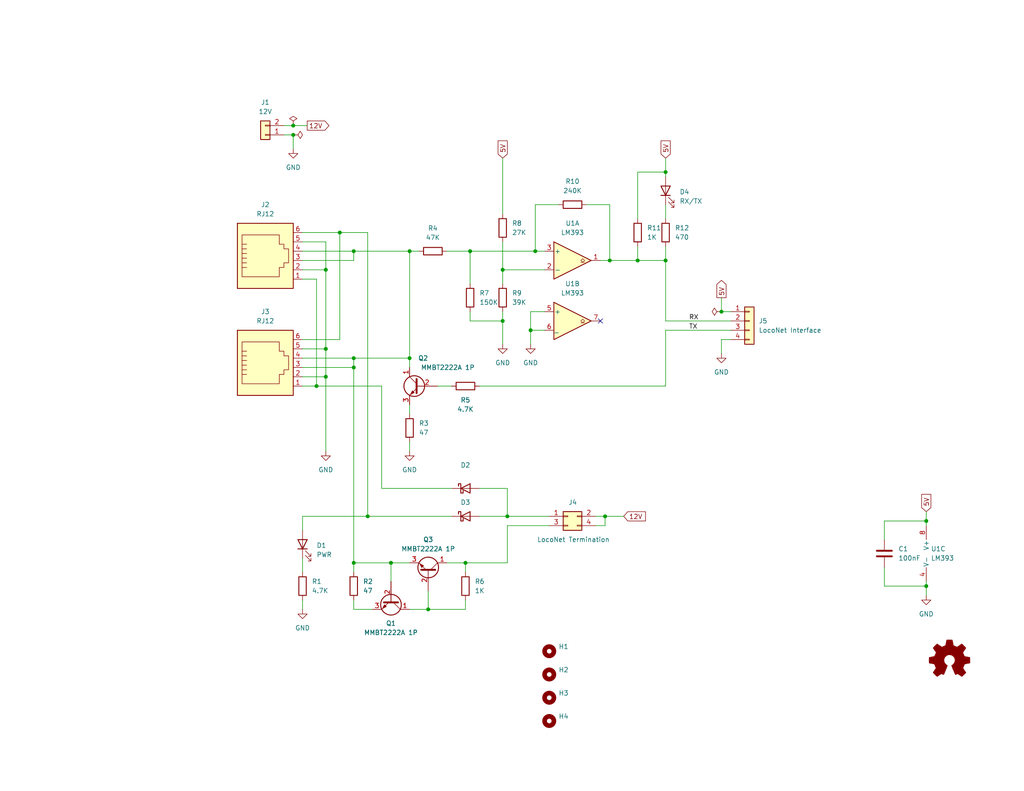
<source format=kicad_sch>
(kicad_sch (version 20211123) (generator eeschema)
  (paper "USLetter")
  (title_block (title "LocoNet Interface") (date "2022-02-14") (rev "A") (company "Wright Train Works"))
  (lib_symbols
    (symbol "Comparator:LM393" (pin_names (offset 0.127))
      (property "Reference" "U" (at 3.81 3.81 0))
      (property "Value" "LM393" (at 6.35 -3.81 0))
      (symbol "LM393_1_1"
        (polyline (pts (xy -5.08 5.08) (xy 5.08 0) (xy -5.08 -5.08) (xy -5.08 5.08)) (stroke (width 0.254)) (fill (type background)))
        (polyline (pts (xy 3.302 -0.508) (xy 2.794 -0.508) (xy 3.302 0) (xy 2.794 0.508) (xy 2.286 0) (xy 2.794 -0.508) (xy 2.286 -0.508)) (stroke (width 0.127)))
        (pin open_collector line (at 7.62 0 180) (length 2.54) (name "~") (number "1"))
        (pin input line (at -7.62 -2.54 0) (length 2.54) (name "-") (number "2"))
        (pin input line (at -7.62 2.54 0) (length 2.54) (name "+") (number "3"))
      )
      (symbol "LM393_2_1"
        (polyline (pts (xy -5.08 5.08) (xy 5.08 0) (xy -5.08 -5.08) (xy -5.08 5.08)) (stroke (width 0.254)) (fill (type background)))
        (polyline (pts (xy 3.302 -0.508) (xy 2.794 -0.508) (xy 3.302 0) (xy 2.794 0.508) (xy 2.286 0) (xy 2.794 -0.508) (xy 2.286 -0.508)) (stroke (width 0.127)))
        (pin input line (at -7.62 2.54 0) (length 2.54) (name "+") (number "5"))
        (pin input line (at -7.62 -2.54 0) (length 2.54) (name "_") (number "6"))
        (pin open_collector line (at 7.62 0 180) (length 2.54) (name "~") (number "7"))
      )
      (symbol "LM393_3_1"
        (pin power_in line (at -2.54 -7.62 90) (length 3.81) (name "V-") (number "4"))
        (pin power_in line (at -2.54 7.62 270) (length 3.81) (name "V+") (number "8"))
      )
    )
    (symbol "Connector:RJ12" (pin_names (offset 1.016))
      (property "Reference" "J" (at -5.08 11.43 0))
      (property "Value" "RJ12" (at 2.54 11.43 0))
      (symbol "RJ12_0_1"
        (polyline (pts (xy -6.35 -1.905) (xy -5.08 -1.905) (xy -5.08 -1.905)))
        (polyline (pts (xy -6.35 -0.635) (xy -5.08 -0.635) (xy -5.08 -0.635)))
        (polyline (pts (xy -6.35 0.635) (xy -5.08 0.635) (xy -5.08 0.635)))
        (polyline (pts (xy -6.35 1.905) (xy -5.08 1.905) (xy -5.08 1.905)))
        (polyline (pts (xy -6.35 3.175) (xy -5.08 3.175) (xy -5.08 3.175)))
        (polyline (pts (xy -5.08 4.445) (xy -6.35 4.445) (xy -6.35 4.445)))
        (polyline (pts (xy -6.35 -4.445) (xy -6.35 6.985) (xy 3.81 6.985) (xy 3.81 4.445) (xy 5.08 4.445) (xy 5.08 3.175) (xy 6.35 3.175) (xy 6.35 -0.635) (xy 5.08 -0.635) (xy 5.08 -1.905) (xy 3.81 -1.905) (xy 3.81 -4.445) (xy -6.35 -4.445) (xy -6.35 -4.445)))
        (rectangle (start 7.62 10.16) (end -7.62 -7.62) (stroke (width 0.254)) (fill (type background)))
      )
      (symbol "RJ12_1_1"
        (pin passive line (at 10.16 -5.08 180) (length 2.54) (name "~") (number "1"))
        (pin passive line (at 10.16 -2.54 180) (length 2.54) (name "~") (number "2"))
        (pin passive line (at 10.16 0 180) (length 2.54) (name "~") (number "3"))
        (pin passive line (at 10.16 2.54 180) (length 2.54) (name "~") (number "4"))
        (pin passive line (at 10.16 5.08 180) (length 2.54) (name "~") (number "5"))
        (pin passive line (at 10.16 7.62 180) (length 2.54) (name "~") (number "6"))
      )
    )
    (symbol "Connector_Generic:Conn_01x02" (pin_names (offset 1.016) hide)
      (property "Reference" "J" (at 0 2.54 0))
      (property "Value" "Conn_01x02" (at 0 -5.08 0))
      (symbol "Conn_01x02_1_1"
        (rectangle (start -1.27 -2.413) (end 0 -2.667) (stroke (width 0.1524)))
        (rectangle (start -1.27 0.127) (end 0 -0.127) (stroke (width 0.1524)))
        (rectangle (start -1.27 1.27) (end 1.27 -3.81) (stroke (width 0.254)) (fill (type background)))
        (pin passive line (at -5.08 0 0) (length 3.81) (name "Pin_1") (number "1"))
        (pin passive line (at -5.08 -2.54 0) (length 3.81) (name "Pin_2") (number "2"))
      )
    )
    (symbol "Connector_Generic:Conn_01x04" (pin_names (offset 1.016) hide)
      (property "Reference" "J" (at 0 5.08 0))
      (property "Value" "Conn_01x04" (at 0 -7.62 0))
      (symbol "Conn_01x04_1_1"
        (rectangle (start -1.27 -4.953) (end 0 -5.207) (stroke (width 0.1524)))
        (rectangle (start -1.27 -2.413) (end 0 -2.667) (stroke (width 0.1524)))
        (rectangle (start -1.27 0.127) (end 0 -0.127) (stroke (width 0.1524)))
        (rectangle (start -1.27 2.667) (end 0 2.413) (stroke (width 0.1524)))
        (rectangle (start -1.27 3.81) (end 1.27 -6.35) (stroke (width 0.254)) (fill (type background)))
        (pin passive line (at -5.08 2.54 0) (length 3.81) (name "Pin_1") (number "1"))
        (pin passive line (at -5.08 0 0) (length 3.81) (name "Pin_2") (number "2"))
        (pin passive line (at -5.08 -2.54 0) (length 3.81) (name "Pin_3") (number "3"))
        (pin passive line (at -5.08 -5.08 0) (length 3.81) (name "Pin_4") (number "4"))
      )
    )
    (symbol "Connector_Generic:Conn_02x02_Odd_Even" (pin_names (offset 1.016) hide)
      (property "Reference" "J" (at 1.27 2.54 0))
      (property "Value" "Conn_02x02_Odd_Even" (at 1.27 -5.08 0))
      (symbol "Conn_02x02_Odd_Even_1_1"
        (rectangle (start -1.27 -2.413) (end 0 -2.667) (stroke (width 0.1524)))
        (rectangle (start -1.27 0.127) (end 0 -0.127) (stroke (width 0.1524)))
        (rectangle (start -1.27 1.27) (end 3.81 -3.81) (stroke (width 0.254)) (fill (type background)))
        (rectangle (start 3.81 -2.413) (end 2.54 -2.667) (stroke (width 0.1524)))
        (rectangle (start 3.81 0.127) (end 2.54 -0.127) (stroke (width 0.1524)))
        (pin passive line (at -5.08 0 0) (length 3.81) (name "Pin_1") (number "1"))
        (pin passive line (at 7.62 0 180) (length 3.81) (name "Pin_2") (number "2"))
        (pin passive line (at -5.08 -2.54 0) (length 3.81) (name "Pin_3") (number "3"))
        (pin passive line (at 7.62 -2.54 180) (length 3.81) (name "Pin_4") (number "4"))
      )
    )
    (symbol "Device:C" (pin_numbers hide) (pin_names (offset 0.254))
      (property "Reference" "C" (at 0.635 2.54 0))
      (property "Value" "C" (at 0.635 -2.54 0))
      (symbol "C_0_1"
        (polyline (pts (xy -2.032 -0.762) (xy 2.032 -0.762)) (stroke (width 0.508)))
        (polyline (pts (xy -2.032 0.762) (xy 2.032 0.762)) (stroke (width 0.508)))
      )
      (symbol "C_1_1"
        (pin passive line (at 0 3.81 270) (length 2.794) (name "~") (number "1"))
        (pin passive line (at 0 -3.81 90) (length 2.794) (name "~") (number "2"))
      )
    )
    (symbol "Device:D_Schottky" (pin_numbers hide) (pin_names (offset 1.016) hide)
      (property "Reference" "D" (at 0 2.54 0))
      (property "Value" "D_Schottky" (at 0 -2.54 0))
      (symbol "D_Schottky_0_1"
        (polyline (pts (xy 1.27 0) (xy -1.27 0)))
        (polyline (pts (xy 1.27 1.27) (xy 1.27 -1.27) (xy -1.27 0) (xy 1.27 1.27)) (stroke (width 0.254)))
        (polyline (pts (xy -1.905 0.635) (xy -1.905 1.27) (xy -1.27 1.27) (xy -1.27 -1.27) (xy -0.635 -1.27) (xy -0.635 -0.635)) (stroke (width 0.254)))
      )
      (symbol "D_Schottky_1_1"
        (pin passive line (at -3.81 0 0) (length 2.54) (name "K") (number "1"))
        (pin passive line (at 3.81 0 180) (length 2.54) (name "A") (number "2"))
      )
    )
    (symbol "Device:LED" (pin_numbers hide) (pin_names (offset 1.016) hide)
      (property "Reference" "D" (at 0 2.54 0))
      (property "Value" "LED" (at 0 -2.54 0))
      (symbol "LED_0_1"
        (polyline (pts (xy -1.27 -1.27) (xy -1.27 1.27)) (stroke (width 0.254)))
        (polyline (pts (xy -1.27 0) (xy 1.27 0)))
        (polyline (pts (xy 1.27 -1.27) (xy 1.27 1.27) (xy -1.27 0) (xy 1.27 -1.27)) (stroke (width 0.254)))
        (polyline (pts (xy -3.048 -0.762) (xy -4.572 -2.286) (xy -3.81 -2.286) (xy -4.572 -2.286) (xy -4.572 -1.524)))
        (polyline (pts (xy -1.778 -0.762) (xy -3.302 -2.286) (xy -2.54 -2.286) (xy -3.302 -2.286) (xy -3.302 -1.524)))
      )
      (symbol "LED_1_1"
        (pin passive line (at -3.81 0 0) (length 2.54) (name "K") (number "1"))
        (pin passive line (at 3.81 0 180) (length 2.54) (name "A") (number "2"))
      )
    )
    (symbol "Device:Q_NPN_CBE" (pin_names (offset 0) hide)
      (property "Reference" "Q" (at 5.08 1.27 0))
      (property "Value" "Q_NPN_CBE" (at 5.08 -1.27 0))
      (symbol "Q_NPN_CBE_0_1"
        (polyline (pts (xy 0.635 0.635) (xy 2.54 2.54)))
        (polyline (pts (xy 0.635 -0.635) (xy 2.54 -2.54) (xy 2.54 -2.54)))
        (polyline (pts (xy 0.635 1.905) (xy 0.635 -1.905) (xy 0.635 -1.905)) (stroke (width 0.508)))
        (polyline (pts (xy 1.27 -1.778) (xy 1.778 -1.27) (xy 2.286 -2.286) (xy 1.27 -1.778) (xy 1.27 -1.778)) (fill (type outline)))
        (circle (center 1.27 0) (radius 2.8194) (stroke (width 0.254)))
      )
      (symbol "Q_NPN_CBE_1_1"
        (pin passive line (at 2.54 5.08 270) (length 2.54) (name "C") (number "1"))
        (pin input line (at -5.08 0 0) (length 5.715) (name "B") (number "2"))
        (pin passive line (at 2.54 -5.08 90) (length 2.54) (name "E") (number "3"))
      )
    )
    (symbol "Device:R" (pin_numbers hide) (pin_names (offset 0))
      (property "Reference" "R" (at 2.032 0 90))
      (property "Value" "R" (at 0 0 90))
      (symbol "R_0_1"
        (rectangle (start -1.016 -2.54) (end 1.016 2.54) (stroke (width 0.254)))
      )
      (symbol "R_1_1"
        (pin passive line (at 0 3.81 270) (length 1.27) (name "~") (number "1"))
        (pin passive line (at 0 -3.81 90) (length 1.27) (name "~") (number "2"))
      )
    )
    (symbol "Graphic:Logo_Open_Hardware_Small" (pin_names (offset 1.016))
      (symbol "Logo_Open_Hardware_Small_0_1"
        (polyline (pts (xy 3.3528 -4.3434) (xy 3.302 -4.318) (xy 3.175 -4.2418) (xy 2.9972 -4.1148) (xy 2.7686 -3.9624) (xy 2.54 -3.81) (xy 2.3622 -3.7084) (xy 2.2352 -3.6068) (xy 2.1844 -3.5814) (xy 2.159 -3.6068) (xy 2.0574 -3.6576) (xy 1.905 -3.7338) (xy 1.8034 -3.7846) (xy 1.6764 -3.8354) (xy 1.6002 -3.8354) (xy 1.6002 -3.8354) (xy 1.5494 -3.7338) (xy 1.4732 -3.5306) (xy 1.3462 -3.302) (xy 1.2446 -3.0226) (xy 1.1176 -2.7178) (xy 0.9652 -2.413) (xy 0.8636 -2.1082) (xy 0.7366 -1.8288) (xy 0.6604 -1.6256) (xy 0.6096 -1.4732) (xy 0.5842 -1.397) (xy 0.5842 -1.397) (xy 0.6604 -1.3208) (xy 0.7874 -1.2446) (xy 1.0414 -1.016) (xy 1.2954 -0.6858) (xy 1.4478 -0.3302) (xy 1.524 0.0762) (xy 1.4732 0.4572) (xy 1.3208 0.8128) (xy 1.0668 1.143) (xy 0.762 1.3716) (xy 0.4064 1.524) (xy 0 1.5748) (xy -0.381 1.5494) (xy -0.7366 1.397) (xy -1.0668 1.143) (xy -1.2192 0.9906) (xy -1.397 0.6604) (xy -1.524 0.3048) (xy -1.524 0.2286) (xy -1.4986 -0.1778) (xy -1.397 -0.5334) (xy -1.1938 -0.8636) (xy -0.9144 -1.143) (xy -0.8636 -1.1684) (xy -0.7366 -1.27) (xy -0.635 -1.3462) (xy -0.5842 -1.397) (xy -1.0668 -2.5908) (xy -1.143 -2.794) (xy -1.2954 -3.1242) (xy -1.397 -3.4036) (xy -1.4986 -3.6322) (xy -1.5748 -3.7846) (xy -1.6002 -3.8354) (xy -1.6002 -3.8354) (xy -1.651 -3.8354) (xy -1.7272 -3.81) (xy -1.905 -3.7338) (xy -2.0066 -3.683) (xy -2.1336 -3.6068) (xy -2.2098 -3.5814) (xy -2.2606 -3.6068) (xy -2.3622 -3.683) (xy -2.54 -3.81) (xy -2.7686 -3.9624) (xy -2.9718 -4.0894) (xy -3.1496 -4.2164) (xy -3.302 -4.318) (xy -3.3528 -4.3434) (xy -3.3782 -4.3434) (xy -3.429 -4.318) (xy -3.5306 -4.2164) (xy -3.7084 -4.064) (xy -3.937 -3.8354) (xy -3.9624 -3.81) (xy -4.1656 -3.6068) (xy -4.318 -3.4544) (xy -4.4196 -3.3274) (xy -4.445 -3.2766) (xy -4.445 -3.2766) (xy -4.4196 -3.2258) (xy -4.318 -3.0734) (xy -4.2164 -2.8956) (xy -4.064 -2.667) (xy -3.6576 -2.0828) (xy -3.8862 -1.5494) (xy -3.937 -1.3716) (xy -4.0386 -1.1684) (xy -4.0894 -1.0414) (xy -4.1148 -0.9652) (xy -4.191 -0.9398) (xy -4.318 -0.9144) (xy -4.5466 -0.8636) (xy -4.8006 -0.8128) (xy -5.0546 -0.7874) (xy -5.2578 -0.7366) (xy -5.4356 -0.7112) (xy -5.5118 -0.6858) (xy -5.5118 -0.6858) (xy -5.5372 -0.635) (xy -5.5372 -0.5588) (xy -5.5372 -0.4318) (xy -5.5626 -0.2286) (xy -5.5626 0.0762) (xy -5.5626 0.127) (xy -5.5372 0.4064) (xy -5.5372 0.635) (xy -5.5372 0.762) (xy -5.5372 0.8382) (xy -5.5372 0.8382) (xy -5.461 0.8382) (xy -5.3086 0.889) (xy -5.08 0.9144) (xy -4.826 0.9652) (xy -4.8006 0.9906) (xy -4.5466 1.0414) (xy -4.318 1.0668) (xy -4.1656 1.1176) (xy -4.0894 1.143) (xy -4.0894 1.143) (xy -4.0386 1.2446) (xy -3.9624 1.4224) (xy -3.8608 1.6256) (xy -3.7846 1.8288) (xy -3.7084 2.0066) (xy -3.6576 2.159) (xy -3.6322 2.2098) (xy -3.6322 2.2098) (xy -3.683 2.286) (xy -3.7592 2.413) (xy -3.8862 2.5908) (xy -4.064 2.8194) (xy -4.064 2.8448) (xy -4.2164 3.0734) (xy -4.3434 3.2512) (xy -4.4196 3.3782) (xy -4.445 3.4544) (xy -4.445 3.4544) (xy -4.3942 3.5052) (xy -4.2926 3.6322) (xy -4.1148 3.81) (xy -3.937 4.0132) (xy -3.8608 4.064) (xy -3.6576 4.2926) (xy -3.5052 4.4196) (xy -3.4036 4.4958) (xy -3.3528 4.5212) (xy -3.3528 4.5212) (xy -3.302 4.4704) (xy -3.1496 4.3688) (xy -2.9718 4.2418) (xy -2.7432 4.0894) (xy -2.7178 4.0894) (xy -2.4892 3.937) (xy -2.3114 3.81) (xy -2.1844 3.7084) (xy -2.1336 3.683) (xy -2.1082 3.683) (xy -2.032 3.7084) (xy -1.8542 3.7592) (xy -1.6764 3.8354) (xy -1.4732 3.937) (xy -1.27 4.0132) (xy -1.143 4.064) (xy -1.0668 4.1148) (xy -1.0668 4.1148) (xy -1.0414 4.191) (xy -1.016 4.3434) (xy -0.9652 4.572) (xy -0.9144 4.8514) (xy -0.889 4.9022) (xy -0.8382 5.1562) (xy -0.8128 5.3848) (xy -0.7874 5.5372) (xy -0.762 5.588) (xy -0.7112 5.6134) (xy -0.5842 5.6134) (xy -0.4064 5.6134) (xy -0.1524 5.6134) (xy 0.0762 5.6134) (xy 0.3302 5.6134) (xy 0.5334 5.6134) (xy 0.6858 5.588) (xy 0.7366 5.588) (xy 0.7366 5.588) (xy 0.762 5.5118) (xy 0.8128 5.334) (xy 0.8382 5.1054) (xy 0.9144 4.826) (xy 0.9144 4.7752) (xy 0.9652 4.5212) (xy 1.016 4.2926) (xy 1.0414 4.1402) (xy 1.0668 4.0894) (xy 1.0668 4.0894) (xy 1.1938 4.0386) (xy 1.3716 3.9624) (xy 1.5748 3.8608) (xy 2.0828 3.6576) (xy 2.7178 4.0894) (xy 2.7686 4.1402) (xy 2.9972 4.2926) (xy 3.175 4.4196) (xy 3.302 4.4958) (xy 3.3782 4.5212) (xy 3.3782 4.5212) (xy 3.429 4.4704) (xy 3.556 4.3434) (xy 3.7338 4.191) (xy 3.9116 3.9878) (xy 4.064 3.8354) (xy 4.2418 3.6576) (xy 4.3434 3.556) (xy 4.4196 3.4798) (xy 4.4196 3.429) (xy 4.4196 3.4036) (xy 4.3942 3.3274) (xy 4.2926 3.2004) (xy 4.1656 2.9972) (xy 4.0132 2.794) (xy 3.8862 2.5908) (xy 3.7592 2.3876) (xy 3.6576 2.2352) (xy 3.6322 2.159) (xy 3.6322 2.1336) (xy 3.683 2.0066) (xy 3.7592 1.8288) (xy 3.8608 1.6002) (xy 4.064 1.1176) (xy 4.3942 1.0414) (xy 4.5974 1.016) (xy 4.8768 0.9652) (xy 5.1308 0.9144) (xy 5.5372 0.8382) (xy 5.5626 -0.6604) (xy 5.4864 -0.6858) (xy 5.4356 -0.6858) (xy 5.2832 -0.7366) (xy 5.0546 -0.762) (xy 4.8006 -0.8128) (xy 4.5974 -0.8636) (xy 4.3688 -0.9144) (xy 4.2164 -0.9398) (xy 4.1402 -0.9398) (xy 4.1148 -0.9652) (xy 4.064 -1.0668) (xy 3.9878 -1.2446) (xy 3.9116 -1.4478) (xy 3.81 -1.651) (xy 3.7338 -1.8542) (xy 3.683 -2.0066) (xy 3.6576 -2.0828) (xy 3.683 -2.1336) (xy 3.7846 -2.2606) (xy 3.8862 -2.4638) (xy 4.0386 -2.667) (xy 4.191 -2.8956) (xy 4.318 -3.0734) (xy 4.3942 -3.2004) (xy 4.445 -3.2766) (xy 4.4196 -3.3274) (xy 4.3434 -3.429) (xy 4.1656 -3.5814) (xy 3.937 -3.8354) (xy 3.8862 -3.8608) (xy 3.683 -4.064) (xy 3.5306 -4.2164) (xy 3.4036 -4.318) (xy 3.3528 -4.3434)) (fill (type outline)))
      )
    )
    (symbol "Mechanical:MountingHole" (pin_names (offset 1.016))
      (property "Reference" "H" (at 0 5.08 0))
      (property "Value" "MountingHole" (at 0 3.175 0))
      (symbol "MountingHole_0_1"
        (circle (center 0 0) (radius 1.27) (stroke (width 1.27)))
      )
    )
    (symbol "power:GND" (power) (pin_names (offset 0))
      (property "Value" "GND" (at 0 -3.81 0))
      (symbol "GND_0_1"
        (polyline (pts (xy 0 0) (xy 0 -1.27) (xy 1.27 -1.27) (xy 0 -2.54) (xy -1.27 -1.27) (xy 0 -1.27)))
      )
      (symbol "GND_1_1"
        (pin power_in line (at 0 0 270) (length 0) hide (name "GND") (number "1"))
      )
    )
    (symbol "power:PWR_FLAG" (power) (pin_numbers hide) (pin_names (offset 0) hide)
      (property "Value" "PWR_FLAG" (at 0 3.81 0))
      (symbol "PWR_FLAG_0_0"
        (pin power_out line (at 0 0 90) (length 0) (name "pwr") (number "1"))
      )
      (symbol "PWR_FLAG_0_1"
        (polyline (pts (xy 0 0) (xy 0 1.27) (xy -1.016 1.905) (xy 0 2.54) (xy 1.016 1.905) (xy 0 1.27)))
      )
    )
  )
  (junction (at 196.85 85.09))
  (junction (at 252.73 142.24))
  (junction (at 86.36 105.41))
  (junction (at 96.52 68.58))
  (junction (at 96.52 153.67))
  (junction (at 88.9 95.25))
  (junction (at 100.33 140.97))
  (junction (at 111.76 97.79))
  (junction (at 116.84 166.37))
  (junction (at 252.73 160.02))
  (junction (at 96.52 100.33))
  (junction (at 137.16 73.66))
  (junction (at 88.9 73.66))
  (junction (at 181.61 71.12))
  (junction (at 173.99 71.12))
  (junction (at 146.05 68.58))
  (junction (at 88.9 102.87))
  (junction (at 128.27 68.58))
  (junction (at 137.16 87.63))
  (junction (at 80.01 36.83))
  (junction (at 106.68 153.67))
  (junction (at 166.37 71.12))
  (junction (at 165.1 140.97))
  (junction (at 111.76 68.58))
  (junction (at 181.61 46.99))
  (junction (at 138.43 140.97))
  (junction (at 80.01 34.29))
  (junction (at 96.52 97.79))
  (junction (at 92.71 63.5))
  (junction (at 144.78 90.17))
  (junction (at 127 153.67))
  (no_connect (at 163.83 87.63))
  (wire (pts (xy 241.3 142.24) (xy 252.73 142.24)))
  (wire (pts (xy 82.55 140.97) (xy 100.33 140.97)))
  (wire (pts (xy 130.81 105.41) (xy 181.61 105.41)))
  (wire (pts (xy 130.81 140.97) (xy 138.43 140.97)))
  (wire (pts (xy 82.55 73.66) (xy 88.9 73.66)))
  (wire (pts (xy 166.37 71.12) (xy 173.99 71.12)))
  (wire (pts (xy 146.05 55.88) (xy 146.05 68.58)))
  (wire (pts (xy 86.36 105.41) (xy 86.36 76.2)))
  (wire (pts (xy 181.61 46.99) (xy 181.61 48.26)))
  (wire (pts (xy 181.61 55.88) (xy 181.61 59.69)))
  (wire (pts (xy 111.76 120.65) (xy 111.76 123.19)))
  (wire (pts (xy 96.52 71.12) (xy 96.52 68.58)))
  (wire (pts (xy 181.61 67.31) (xy 181.61 71.12)))
  (wire (pts (xy 144.78 85.09) (xy 144.78 90.17)))
  (wire (pts (xy 137.16 87.63) (xy 137.16 85.09)))
  (wire (pts (xy 101.6 166.37) (xy 96.52 166.37)))
  (wire (pts (xy 252.73 158.75) (xy 252.73 160.02)))
  (wire (pts (xy 82.55 66.04) (xy 88.9 66.04)))
  (wire (pts (xy 196.85 92.71) (xy 196.85 96.52)))
  (wire (pts (xy 82.55 163.83) (xy 82.55 166.37)))
  (wire (pts (xy 100.33 63.5) (xy 92.71 63.5)))
  (wire (pts (xy 100.33 140.97) (xy 123.19 140.97)))
  (wire (pts (xy 77.47 36.83) (xy 80.01 36.83)))
  (wire (pts (xy 86.36 76.2) (xy 82.55 76.2)))
  (wire (pts (xy 96.52 100.33) (xy 96.52 97.79)))
  (wire (pts (xy 165.1 143.51) (xy 165.1 140.97)))
  (wire (pts (xy 100.33 63.5) (xy 100.33 140.97)))
  (wire (pts (xy 144.78 90.17) (xy 148.59 90.17)))
  (wire (pts (xy 111.76 68.58) (xy 111.76 97.79)))
  (wire (pts (xy 82.55 144.78) (xy 82.55 140.97)))
  (wire (pts (xy 252.73 142.24) (xy 252.73 143.51)))
  (wire (pts (xy 137.16 66.04) (xy 137.16 73.66)))
  (wire (pts (xy 138.43 133.35) (xy 138.43 140.97)))
  (wire (pts (xy 181.61 90.17) (xy 199.39 90.17)))
  (wire (pts (xy 127 163.83) (xy 127 166.37)))
  (wire (pts (xy 163.83 71.12) (xy 166.37 71.12)))
  (wire (pts (xy 162.56 143.51) (xy 165.1 143.51)))
  (wire (pts (xy 137.16 73.66) (xy 148.59 73.66)))
  (wire (pts (xy 173.99 67.31) (xy 173.99 71.12)))
  (wire (pts (xy 166.37 55.88) (xy 166.37 71.12)))
  (wire (pts (xy 82.55 100.33) (xy 96.52 100.33)))
  (wire (pts (xy 128.27 85.09) (xy 128.27 87.63)))
  (wire (pts (xy 80.01 34.29) (xy 83.82 34.29)))
  (wire (pts (xy 137.16 73.66) (xy 137.16 77.47)))
  (wire (pts (xy 173.99 46.99) (xy 181.61 46.99)))
  (wire (pts (xy 88.9 102.87) (xy 88.9 123.19)))
  (wire (pts (xy 173.99 71.12) (xy 181.61 71.12)))
  (wire (pts (xy 137.16 87.63) (xy 137.16 93.98)))
  (wire (pts (xy 146.05 68.58) (xy 148.59 68.58)))
  (wire (pts (xy 148.59 85.09) (xy 144.78 85.09)))
  (wire (pts (xy 138.43 140.97) (xy 149.86 140.97)))
  (wire (pts (xy 149.86 143.51) (xy 138.43 143.51)))
  (wire (pts (xy 241.3 160.02) (xy 252.73 160.02)))
  (wire (pts (xy 152.4 55.88) (xy 146.05 55.88)))
  (wire (pts (xy 128.27 87.63) (xy 137.16 87.63)))
  (wire (pts (xy 173.99 59.69) (xy 173.99 46.99)))
  (wire (pts (xy 111.76 97.79) (xy 111.76 100.33)))
  (wire (pts (xy 128.27 68.58) (xy 146.05 68.58)))
  (wire (pts (xy 104.14 105.41) (xy 86.36 105.41)))
  (wire (pts (xy 165.1 140.97) (xy 170.18 140.97)))
  (wire (pts (xy 144.78 90.17) (xy 144.78 93.98)))
  (wire (pts (xy 138.43 143.51) (xy 138.43 153.67)))
  (wire (pts (xy 92.71 92.71) (xy 92.71 63.5)))
  (wire (pts (xy 96.52 166.37) (xy 96.52 163.83)))
  (wire (pts (xy 241.3 147.32) (xy 241.3 142.24)))
  (wire (pts (xy 111.76 166.37) (xy 116.84 166.37)))
  (wire (pts (xy 181.61 71.12) (xy 181.61 87.63)))
  (wire (pts (xy 111.76 68.58) (xy 114.3 68.58)))
  (wire (pts (xy 106.68 158.75) (xy 106.68 153.67)))
  (wire (pts (xy 96.52 156.21) (xy 96.52 153.67)))
  (wire (pts (xy 138.43 153.67) (xy 127 153.67)))
  (wire (pts (xy 82.55 152.4) (xy 82.55 156.21)))
  (wire (pts (xy 137.16 43.18) (xy 137.16 58.42)))
  (wire (pts (xy 116.84 166.37) (xy 116.84 161.29)))
  (wire (pts (xy 80.01 36.83) (xy 80.01 40.64)))
  (wire (pts (xy 88.9 66.04) (xy 88.9 73.66)))
  (wire (pts (xy 252.73 162.56) (xy 252.73 160.02)))
  (wire (pts (xy 92.71 63.5) (xy 82.55 63.5)))
  (wire (pts (xy 252.73 139.7) (xy 252.73 142.24)))
  (wire (pts (xy 199.39 92.71) (xy 196.85 92.71)))
  (wire (pts (xy 96.52 68.58) (xy 111.76 68.58)))
  (wire (pts (xy 199.39 85.09) (xy 196.85 85.09)))
  (wire (pts (xy 199.39 87.63) (xy 181.61 87.63)))
  (wire (pts (xy 121.92 153.67) (xy 127 153.67)))
  (wire (pts (xy 119.38 105.41) (xy 123.19 105.41)))
  (wire (pts (xy 106.68 153.67) (xy 111.76 153.67)))
  (wire (pts (xy 181.61 105.41) (xy 181.61 90.17)))
  (wire (pts (xy 96.52 153.67) (xy 106.68 153.67)))
  (wire (pts (xy 181.61 43.18) (xy 181.61 46.99)))
  (wire (pts (xy 104.14 133.35) (xy 104.14 105.41)))
  (wire (pts (xy 88.9 95.25) (xy 88.9 102.87)))
  (wire (pts (xy 162.56 140.97) (xy 165.1 140.97)))
  (wire (pts (xy 82.55 71.12) (xy 96.52 71.12)))
  (wire (pts (xy 121.92 68.58) (xy 128.27 68.58)))
  (wire (pts (xy 82.55 95.25) (xy 88.9 95.25)))
  (wire (pts (xy 82.55 105.41) (xy 86.36 105.41)))
  (wire (pts (xy 128.27 77.47) (xy 128.27 68.58)))
  (wire (pts (xy 123.19 133.35) (xy 104.14 133.35)))
  (wire (pts (xy 82.55 92.71) (xy 92.71 92.71)))
  (wire (pts (xy 127 153.67) (xy 127 156.21)))
  (wire (pts (xy 96.52 100.33) (xy 96.52 153.67)))
  (wire (pts (xy 127 166.37) (xy 116.84 166.37)))
  (wire (pts (xy 82.55 68.58) (xy 96.52 68.58)))
  (wire (pts (xy 82.55 97.79) (xy 96.52 97.79)))
  (wire (pts (xy 82.55 102.87) (xy 88.9 102.87)))
  (wire (pts (xy 241.3 154.94) (xy 241.3 160.02)))
  (wire (pts (xy 130.81 133.35) (xy 138.43 133.35)))
  (wire (pts (xy 160.02 55.88) (xy 166.37 55.88)))
  (wire (pts (xy 196.85 81.28) (xy 196.85 85.09)))
  (wire (pts (xy 77.47 34.29) (xy 80.01 34.29)))
  (wire (pts (xy 96.52 97.79) (xy 111.76 97.79)))
  (wire (pts (xy 111.76 110.49) (xy 111.76 113.03)))
  (wire (pts (xy 88.9 73.66) (xy 88.9 95.25)))
  (label "RX" (at 187.96 87.63 0))
  (label "TX" (at 187.96 90.17 0))
  (global_label "5V" (shape output) (at 196.85 81.28 90) (property "Intersheet References" "${INTERSHEET_REFS}" (effects hide)))
  (global_label "12V" (shape output) (at 83.82 34.29 0) (property "Intersheet References" "${INTERSHEET_REFS}" (effects hide)))
  (global_label "5V" (shape input) (at 181.61 43.18 90) (property "Intersheet References" "${INTERSHEET_REFS}" (effects hide)))
  (global_label "12V" (shape input) (at 170.18 140.97 0) (property "Intersheet References" "${INTERSHEET_REFS}" (effects hide)))
  (global_label "5V" (shape input) (at 252.73 139.7 90) (property "Intersheet References" "${INTERSHEET_REFS}" (effects hide)))
  (global_label "5V" (shape input) (at 137.16 43.18 90) (property "Intersheet References" "${INTERSHEET_REFS}" (effects hide)))
  (symbol (lib_id "Connector_Generic:Conn_02x02_Odd_Even") (at 154.94 140.97 0) (unit 1)
    (property "Reference" "J4" (at 157.48 137.16 0) (effects (justify right)))
    (property "Value" "LocoNet Termination" (at 166.37 147.32 0) (effects (justify right)))
    (property "Footprint" "Connector_PinHeader_2.54mm:PinHeader_2x02_P2.54mm_Vertical" (effects hide))
  )
  (symbol (lib_id "power:GND") (at 252.73 162.56 0) (unit 1)
    (property "Reference" "#PWR08" (effects hide))
    (property "Value" "GND" (at 252.73 167.64 0))
  )
  (symbol (lib_id "Mechanical:MountingHole") (at 149.86 190.5 0) (unit 1)
    (property "Reference" "H3" (at 152.4 189.2299 0) (effects (justify left)))
    (property "Value" "MountingHole" (effects hide))
    (property "Footprint" "MountingHole:MountingHole_3.2mm_M3" (effects hide))
  )
  (symbol (lib_id "power:GND") (at 80.01 40.64 0) (unit 1)
    (property "Reference" "#PWR01" (effects hide))
    (property "Value" "GND" (at 80.01 45.72 0))
  )
  (symbol (lib_id "Comparator:LM393") (at 156.21 71.12 0) (unit 1)
    (property "Reference" "U1" (at 156.21 60.96 0))
    (property "Value" "LM393" (at 156.21 63.5 0))
    (property "Footprint" "Package_SO:SOIC-8_3.9x4.9mm_P1.27mm" (effects hide))
    (property "Datasheet" "http://www.ti.com/lit/ds/symlink/lm393.pdf" (effects hide))
    (property "JLCPCB" "C7955" (effects hide))
    (property "LCSC" "C7955" (effects hide))
  )
  (symbol (lib_id "Device:R") (at 137.16 62.23 180) (unit 1)
    (property "Reference" "R8" (at 139.7 60.9599 0) (effects (justify right)))
    (property "Value" "27K" (at 139.7 63.4999 0) (effects (justify right)))
    (property "Footprint" "Resistor_SMD:R_0603_1608Metric" (effects hide))
    (property "JLCPCB" "C22967" (effects hide))
    (property "LCSC" "C22967" (effects hide))
  )
  (symbol (lib_id "Device:R") (at 96.52 160.02 180) (unit 1)
    (property "Reference" "R2" (at 99.06 158.7499 0) (effects (justify right)))
    (property "Value" "47" (at 99.06 161.2899 0) (effects (justify right)))
    (property "Footprint" "Resistor_SMD:R_0603_1608Metric" (effects hide))
    (property "JLCPCB" "C23182" (effects hide))
    (property "LCSC" "C23182" (effects hide))
  )
  (symbol (lib_id "Device:Q_NPN_CBE") (at 106.68 163.83 270) (unit 1)
    (property "Reference" "Q1" (at 106.68 170.18 90))
    (property "Value" "MMBT2222A 1P" (at 106.68 172.72 90))
    (property "Footprint" "Package_TO_SOT_SMD:SOT-23" (effects hide))
    (property "JLCPCB" "C8512" (effects hide))
    (property "LCSC" "C8512" (effects hide))
  )
  (symbol (lib_id "Connector_Generic:Conn_01x02") (at 72.39 36.83 180) (unit 1)
    (property "Reference" "J1" (at 72.39 27.94 0))
    (property "Value" "12V" (at 72.39 30.48 0))
    (property "Footprint" "TerminalBlock_Phoenix:TerminalBlock_Phoenix_PT-1,5-2-3.5-H_1x02_P3.50mm_Horizontal" (effects hide))
  )
  (symbol (lib_id "Device:R") (at 118.11 68.58 270) (unit 1)
    (property "Reference" "R4" (at 118.11 62.3217 90))
    (property "Value" "47K" (at 118.11 64.8617 90))
    (property "Footprint" "Resistor_SMD:R_0603_1608Metric" (effects hide))
    (property "JLCPCB" "C25819" (effects hide))
    (property "LCSC" "C25819" (effects hide))
  )
  (symbol (lib_id "Connector:RJ12") (at 72.39 71.12 0) (unit 1)
    (property "Reference" "J2" (at 72.39 55.88 0))
    (property "Value" "RJ12" (at 72.39 58.42 0))
    (property "Footprint" "Connector_RJ:RJ12_Amphenol_54601" (effects hide))
    (property "Digi-Key" "609-4729-ND" (effects hide))
  )
  (symbol (lib_id "power:PWR_FLAG") (at 80.01 34.29 0) (unit 1)
    (property "Reference" "#FLG01" (effects hide))
    (property "Value" "PWR_FLAG" (effects hide))
  )
  (symbol (lib_id "power:PWR_FLAG") (at 196.85 85.09 90) (unit 1)
    (property "Reference" "#FLG03" (effects hide))
    (property "Value" "PWR_FLAG" (effects hide))
  )
  (symbol (lib_id "Graphic:Logo_Open_Hardware_Small") (at 259.08 180.34 0) (unit 1)
    (property "Reference" "#LOGO1" (effects hide))
    (property "Value" "Logo_Open_Hardware_Small" (effects hide))
  )
  (symbol (lib_id "power:GND") (at 137.16 93.98 0) (unit 1)
    (property "Reference" "#PWR05" (effects hide))
    (property "Value" "GND" (at 137.16 99.06 0))
  )
  (symbol (lib_id "Device:R") (at 137.16 81.28 180) (unit 1)
    (property "Reference" "R9" (at 139.7 80.0099 0) (effects (justify right)))
    (property "Value" "39K" (at 139.7 82.5499 0) (effects (justify right)))
    (property "Footprint" "Resistor_SMD:R_0603_1608Metric" (effects hide))
    (property "JLCPCB" "C23153" (effects hide))
    (property "LCSC" "C23153" (effects hide))
  )
  (symbol (lib_id "power:GND") (at 88.9 123.19 0) (unit 1)
    (property "Reference" "#PWR03" (effects hide))
    (property "Value" "GND" (at 88.9 128.27 0))
  )
  (symbol (lib_id "Device:D_Schottky") (at 127 133.35 0) (unit 1)
    (property "Reference" "D2" (at 127 127 0))
    (property "Value" "1N5819WS" (effects hide))
    (property "Footprint" "Diode_SMD:D_SOD-323" (effects hide))
    (property "JLCPCB" "C191023" (effects hide))
    (property "LCSC" "C191023" (effects hide))
  )
  (symbol (lib_id "Mechanical:MountingHole") (at 149.86 177.8 0) (unit 1)
    (property "Reference" "H1" (at 152.4 176.5299 0) (effects (justify left)))
    (property "Value" "MountingHole" (effects hide))
    (property "Footprint" "MountingHole:MountingHole_3.2mm_M3" (effects hide))
  )
  (symbol (lib_id "Connector_Generic:Conn_01x04") (at 204.47 87.63 0) (unit 1)
    (property "Reference" "J5" (at 207.01 87.6299 0) (effects (justify left)))
    (property "Value" "LocoNet Interface" (at 207.01 90.1699 0) (effects (justify left)))
    (property "Footprint" "Connector_PinHeader_2.54mm:PinHeader_1x04_P2.54mm_Horizontal" (effects hide))
  )
  (symbol (lib_id "Mechanical:MountingHole") (at 149.86 196.85 0) (unit 1)
    (property "Reference" "H4" (at 152.4 195.5799 0) (effects (justify left)))
    (property "Value" "MountingHole" (effects hide))
    (property "Footprint" "MountingHole:MountingHole_3.2mm_M3" (effects hide))
  )
  (symbol (lib_id "power:GND") (at 144.78 93.98 0) (unit 1)
    (property "Reference" "#PWR06" (effects hide))
    (property "Value" "GND" (at 144.78 99.06 0))
  )
  (symbol (lib_id "Device:R") (at 173.99 63.5 180) (unit 1)
    (property "Reference" "R11" (at 176.53 62.2299 0) (effects (justify right)))
    (property "Value" "1K" (at 176.53 64.7699 0) (effects (justify right)))
    (property "Footprint" "Resistor_SMD:R_0603_1608Metric" (effects hide))
    (property "JLCPCB" "C21190" (effects hide))
    (property "LCSC" "C21190" (effects hide))
  )
  (symbol (lib_id "Device:Q_NPN_CBE") (at 114.3 105.41 0) (mirror y) (unit 1)
    (property "Reference" "Q2" (at 116.84 97.79 0) (effects (justify left)))
    (property "Value" "MMBT2222A 1P" (at 129.54 100.33 0) (effects (justify left)))
    (property "Footprint" "Package_TO_SOT_SMD:SOT-23" (effects hide))
    (property "JLCPCB" "C8512" (effects hide))
    (property "LCSC" "C8512" (effects hide))
  )
  (symbol (lib_id "Mechanical:MountingHole") (at 149.86 184.15 0) (unit 1)
    (property "Reference" "H2" (at 152.4 182.8799 0) (effects (justify left)))
    (property "Value" "MountingHole" (effects hide))
    (property "Footprint" "MountingHole:MountingHole_3.2mm_M3" (effects hide))
  )
  (symbol (lib_id "Device:R") (at 181.61 63.5 180) (unit 1)
    (property "Reference" "R12" (at 184.15 62.2299 0) (effects (justify right)))
    (property "Value" "470" (at 184.15 64.7699 0) (effects (justify right)))
    (property "Footprint" "Resistor_SMD:R_0603_1608Metric" (effects hide))
    (property "JLCPCB" "C23179" (effects hide))
    (property "LCSC" "C23179" (effects hide))
  )
  (symbol (lib_id "Device:R") (at 128.27 81.28 180) (unit 1)
    (property "Reference" "R7" (at 130.81 80.0099 0) (effects (justify right)))
    (property "Value" "150K" (at 130.81 82.5499 0) (effects (justify right)))
    (property "Footprint" "Resistor_SMD:R_0603_1608Metric" (effects hide))
    (property "JLCPCB" "C22807" (effects hide))
    (property "LCSC" "C22807" (effects hide))
  )
  (symbol (lib_id "Device:R") (at 156.21 55.88 270) (unit 1)
    (property "Reference" "R10" (at 156.21 49.53 90))
    (property "Value" "240K" (at 156.21 52.07 90))
    (property "Footprint" "Resistor_SMD:R_0603_1608Metric" (effects hide))
    (property "JLCPCB" "C4197" (effects hide))
    (property "LCSC" "C4197" (effects hide))
  )
  (symbol (lib_id "Device:R") (at 111.76 116.84 180) (unit 1)
    (property "Reference" "R3" (at 114.3 115.5699 0) (effects (justify right)))
    (property "Value" "47" (at 114.3 118.1099 0) (effects (justify right)))
    (property "Footprint" "Resistor_SMD:R_0603_1608Metric" (effects hide))
    (property "JLCPCB" "C23182" (effects hide))
    (property "LCSC" "C23182" (effects hide))
  )
  (symbol (lib_id "Device:R") (at 82.55 160.02 180) (unit 1)
    (property "Reference" "R1" (at 85.09 158.7499 0) (effects (justify right)))
    (property "Value" "4.7K" (at 85.09 161.2899 0) (effects (justify right)))
    (property "Footprint" "Resistor_SMD:R_0603_1608Metric" (effects hide))
    (property "JLCPCB" "C23162" (effects hide))
    (property "LCSC" "C23162" (effects hide))
  )
  (symbol (lib_id "Device:R") (at 127 105.41 90) (unit 1)
    (property "Reference" "R5" (at 127 109.22 90))
    (property "Value" "4.7K" (at 127 111.76 90))
    (property "Footprint" "Resistor_SMD:R_0603_1608Metric" (effects hide))
    (property "JLCPCB" "C23162" (effects hide))
    (property "LCSC" "C23162" (effects hide))
  )
  (symbol (lib_id "Device:R") (at 127 160.02 180) (unit 1)
    (property "Reference" "R6" (at 129.54 158.7499 0) (effects (justify right)))
    (property "Value" "1K" (at 129.54 161.2899 0) (effects (justify right)))
    (property "Footprint" "Resistor_SMD:R_0603_1608Metric" (effects hide))
    (property "JLCPCB" "C21190" (effects hide))
    (property "LCSC" "C21190" (effects hide))
  )
  (symbol (lib_id "power:GND") (at 111.76 123.19 0) (unit 1)
    (property "Reference" "#PWR04" (effects hide))
    (property "Value" "GND" (at 111.76 128.27 0))
  )
  (symbol (lib_id "Comparator:LM393") (at 255.27 151.13 0) (unit 3)
    (property "Reference" "U1" (at 254 149.8599 0) (effects (justify left)))
    (property "Value" "LM393" (at 254 152.3999 0) (effects (justify left)))
    (property "Footprint" "Package_SO:SOIC-8_3.9x4.9mm_P1.27mm" (effects hide))
    (property "Datasheet" "http://www.ti.com/lit/ds/symlink/lm393.pdf" (effects hide))
    (property "JLCPCB" "C7955" (effects hide))
    (property "LCSC" "C7955" (effects hide))
  )
  (symbol (lib_id "Device:Q_NPN_CBE") (at 116.84 156.21 270) (mirror x) (unit 1)
    (property "Reference" "Q3" (at 116.84 147.32 90))
    (property "Value" "MMBT2222A 1P" (at 116.84 149.86 90))
    (property "Footprint" "Package_TO_SOT_SMD:SOT-23" (effects hide))
    (property "JLCPCB" "C8512" (effects hide))
    (property "LCSC" "C8512" (effects hide))
  )
  (symbol (lib_id "power:PWR_FLAG") (at 80.01 36.83 270) (unit 1)
    (property "Reference" "#FLG02" (effects hide))
    (property "Value" "PWR_FLAG" (effects hide))
  )
  (symbol (lib_id "power:GND") (at 82.55 166.37 0) (unit 1)
    (property "Reference" "#PWR02" (effects hide))
    (property "Value" "GND" (at 82.55 171.45 0))
  )
  (symbol (lib_id "Device:LED") (at 82.55 148.59 90) (unit 1)
    (property "Reference" "D1" (at 86.36 148.9074 90) (effects (justify right)))
    (property "Value" "PWR" (at 86.36 151.4474 90) (effects (justify right)))
    (property "Footprint" "LED_SMD:LED_0603_1608Metric" (effects hide))
    (property "JLCPCB" "C2286" (effects hide))
    (property "LCSC" "C2286" (effects hide))
  )
  (symbol (lib_id "Device:C") (at 241.3 151.13 0) (unit 1)
    (property "Reference" "C1" (at 245.11 149.8599 0) (effects (justify left)))
    (property "Value" "100nF" (at 245.11 152.3999 0) (effects (justify left)))
    (property "Footprint" "Capacitor_SMD:C_0603_1608Metric" (effects hide))
    (property "JLCPCB" "C14663" (effects hide))
    (property "LCSC" "C14663" (effects hide))
  )
  (symbol (lib_id "Comparator:LM393") (at 156.21 87.63 0) (unit 2)
    (property "Reference" "U1" (at 156.21 77.47 0))
    (property "Value" "LM393" (at 156.21 80.01 0))
    (property "Footprint" "Package_SO:SOIC-8_3.9x4.9mm_P1.27mm" (effects hide))
    (property "Datasheet" "http://www.ti.com/lit/ds/symlink/lm393.pdf" (effects hide))
    (property "JLCPCB" "C7955" (effects hide))
    (property "LCSC" "C7955" (effects hide))
  )
  (symbol (lib_id "Connector:RJ12") (at 72.39 100.33 0) (unit 1)
    (property "Reference" "J3" (at 72.39 85.09 0))
    (property "Value" "RJ12" (at 72.39 87.63 0))
    (property "Footprint" "Connector_RJ:RJ12_Amphenol_54601" (effects hide))
    (property "Digi-Key" "609-4729-ND" (effects hide))
  )
  (symbol (lib_id "power:GND") (at 196.85 96.52 0) (unit 1)
    (property "Reference" "#PWR07" (effects hide))
    (property "Value" "GND" (at 196.85 101.6 0))
  )
  (symbol (lib_id "Device:LED") (at 181.61 52.07 90) (unit 1)
    (property "Reference" "D4" (at 185.42 52.3874 90) (effects (justify right)))
    (property "Value" "RX/TX" (at 185.42 54.9274 90) (effects (justify right)))
    (property "Footprint" "LED_SMD:LED_0603_1608Metric" (effects hide))
    (property "JLCPCB" "C2286" (effects hide))
    (property "LCSC" "C2286" (effects hide))
  )
  (symbol (lib_id "Device:D_Schottky") (at 127 140.97 0) (unit 1)
    (property "Reference" "D3" (at 127 137.16 0))
    (property "Value" "1N5819WS" (effects hide))
    (property "Footprint" "Diode_SMD:D_SOD-323" (effects hide))
    (property "JLCPCB" "C191023" (effects hide))
    (property "LCSC" "C191023" (effects hide))
  )
)
</source>
